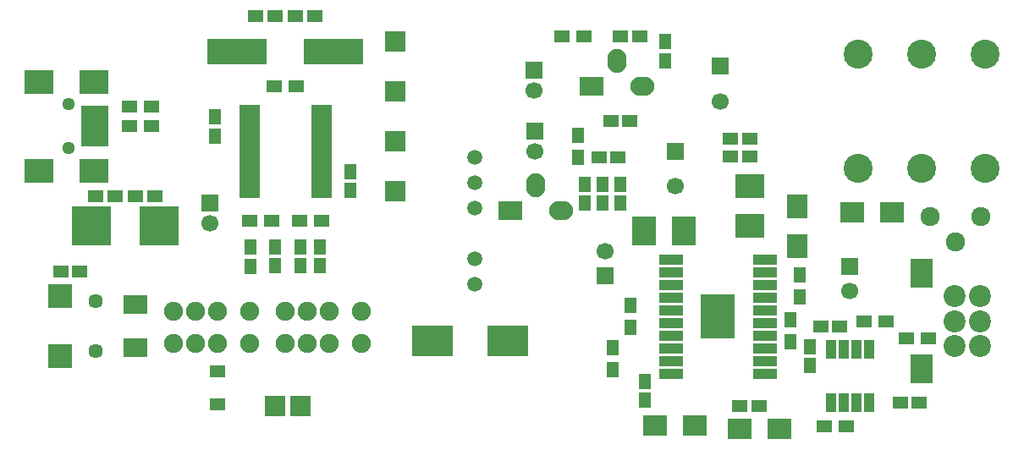
<source format=gts>
G04 #@! TF.FileFunction,Soldermask,Top*
%FSLAX46Y46*%
G04 Gerber Fmt 4.6, Leading zero omitted, Abs format (unit mm)*
G04 Created by KiCad (PCBNEW 4.0.6) date Sat Sep  9 23:12:20 2017*
%MOMM*%
%LPD*%
G01*
G04 APERTURE LIST*
%ADD10C,0.100000*%
%ADD11R,1.700000X1.700000*%
%ADD12C,1.700000*%
%ADD13C,1.299160*%
%ADD14R,2.899360X2.398980*%
%ADD15R,2.701240X0.900380*%
%ADD16R,1.600000X1.150000*%
%ADD17R,1.150000X1.600000*%
%ADD18R,4.150000X3.100000*%
%ADD19R,1.600000X1.300000*%
%ADD20C,2.900000*%
%ADD21C,1.900000*%
%ADD22R,3.900000X3.900000*%
%ADD23R,2.900000X2.400000*%
%ADD24R,2.400000X2.900000*%
%ADD25R,2.400000X2.100000*%
%ADD26R,1.300000X1.600000*%
%ADD27R,2.100000X2.400000*%
%ADD28C,2.200000*%
%ADD29R,2.200000X2.900000*%
%ADD30R,2.150000X0.850000*%
%ADD31R,1.000000X1.950000*%
%ADD32R,2.350000X1.000000*%
%ADD33R,3.400000X4.400000*%
%ADD34R,6.000700X2.500580*%
%ADD35R,2.100000X2.100000*%
%ADD36R,2.400000X2.400000*%
%ADD37R,2.400000X1.900000*%
%ADD38C,1.450000*%
%ADD39O,2.398980X1.901140*%
%ADD40R,2.398980X1.901140*%
%ADD41O,1.901140X2.398980*%
%ADD42C,1.500000*%
%ADD43C,1.924000*%
G04 APERTURE END LIST*
D10*
D11*
X83000000Y-22500000D03*
D12*
X83000000Y-26000000D03*
D13*
X17850900Y-30699640D03*
X17850900Y-26300360D03*
D14*
X14851160Y-32950080D03*
X20350260Y-32950080D03*
X14851160Y-24049920D03*
X20350260Y-24049920D03*
D15*
X20449320Y-30100200D03*
X20449320Y-29300100D03*
X20449320Y-28500000D03*
X20449320Y-27699900D03*
X20449320Y-26899800D03*
D12*
X31980000Y-38220000D03*
D11*
X31980000Y-36220000D03*
D16*
X26450000Y-35500000D03*
X24550000Y-35500000D03*
X22450000Y-35500000D03*
X20550000Y-35500000D03*
X38450000Y-17500000D03*
X36550000Y-17500000D03*
D17*
X32500000Y-27550000D03*
X32500000Y-29450000D03*
D16*
X17050000Y-43000000D03*
X18950000Y-43000000D03*
D17*
X36000000Y-42500000D03*
X36000000Y-40600000D03*
D18*
X61775000Y-50000000D03*
X54225000Y-50000000D03*
D17*
X38500000Y-42450000D03*
X38500000Y-40550000D03*
X41000000Y-40550000D03*
X41000000Y-42450000D03*
D16*
X40550000Y-17500000D03*
X42450000Y-17500000D03*
D17*
X43000000Y-42450000D03*
X43000000Y-40550000D03*
D12*
X64360000Y-24920000D03*
D11*
X64360000Y-22920000D03*
D12*
X64500000Y-31000000D03*
D11*
X64500000Y-29000000D03*
D17*
X46000000Y-34950000D03*
X46000000Y-33050000D03*
D16*
X72050000Y-28000000D03*
X73950000Y-28000000D03*
D17*
X73000000Y-36200000D03*
X73000000Y-34300000D03*
D11*
X78500000Y-31000000D03*
D12*
X78500000Y-34500000D03*
D16*
X94950000Y-48500000D03*
X93050000Y-48500000D03*
D17*
X92000000Y-52450000D03*
X92000000Y-50550000D03*
X75500000Y-54050000D03*
X75500000Y-55950000D03*
D16*
X86900000Y-56500000D03*
X85000000Y-56500000D03*
D12*
X96000000Y-45000000D03*
D11*
X96000000Y-42500000D03*
D16*
X101020000Y-56180000D03*
X102920000Y-56180000D03*
D12*
X71500000Y-41000000D03*
D11*
X71500000Y-43500000D03*
D19*
X32710000Y-53060000D03*
X32710000Y-56360000D03*
D20*
X109500000Y-32700000D03*
X103150000Y-32700000D03*
X96800000Y-32700000D03*
X96800000Y-21300000D03*
X103150000Y-21300000D03*
X109500000Y-21300000D03*
D21*
X39500000Y-50200000D03*
X41700000Y-50200000D03*
X43900000Y-50200000D03*
X39500000Y-47000000D03*
X41700000Y-47000000D03*
X43900000Y-47000000D03*
X47100000Y-47000000D03*
X47100000Y-50200000D03*
X28300000Y-50200000D03*
X30500000Y-50200000D03*
X32700000Y-50200000D03*
X28300000Y-47000000D03*
X30500000Y-47000000D03*
X32700000Y-47000000D03*
X35900000Y-47000000D03*
X35900000Y-50200000D03*
D22*
X26903600Y-38500000D03*
X20096400Y-38500000D03*
D23*
X86000000Y-38500000D03*
X86000000Y-34500000D03*
D24*
X75410000Y-38950000D03*
X79410000Y-38950000D03*
D19*
X26100000Y-28500000D03*
X23900000Y-28500000D03*
X23900000Y-26500000D03*
X26100000Y-26500000D03*
X35900000Y-38000000D03*
X38100000Y-38000000D03*
X40600000Y-24500000D03*
X38400000Y-24500000D03*
X40900000Y-38000000D03*
X43100000Y-38000000D03*
X95600000Y-58500000D03*
X93400000Y-58500000D03*
X99600000Y-48000000D03*
X97400000Y-48000000D03*
D25*
X80470000Y-58420000D03*
X76470000Y-58420000D03*
X88960000Y-58780000D03*
X84960000Y-58780000D03*
D26*
X90000000Y-47900000D03*
X90000000Y-50100000D03*
X72250000Y-52850000D03*
X72250000Y-50650000D03*
X74000000Y-46400000D03*
X74000000Y-48600000D03*
X91000000Y-45600000D03*
X91000000Y-43400000D03*
D27*
X90750000Y-40500000D03*
X90750000Y-36500000D03*
D25*
X96190000Y-37090000D03*
X100190000Y-37090000D03*
D28*
X106500000Y-48000000D03*
X106500000Y-50500000D03*
X106500000Y-45500000D03*
X109000000Y-50500000D03*
X109000000Y-48000000D03*
X109000000Y-45500000D03*
D29*
X103200000Y-43250000D03*
X103200000Y-52750000D03*
D30*
X43100000Y-26775000D03*
X43100000Y-27425000D03*
X43100000Y-28075000D03*
X43100000Y-28725000D03*
X43100000Y-29375000D03*
X43100000Y-30025000D03*
X43100000Y-30675000D03*
X43100000Y-31325000D03*
X43100000Y-31975000D03*
X43100000Y-32625000D03*
X43100000Y-33275000D03*
X43100000Y-33925000D03*
X43100000Y-34575000D03*
X43100000Y-35225000D03*
X35900000Y-35225000D03*
X35900000Y-34575000D03*
X35900000Y-33925000D03*
X35900000Y-33275000D03*
X35900000Y-32625000D03*
X35900000Y-31975000D03*
X35900000Y-31325000D03*
X35900000Y-30675000D03*
X35900000Y-30025000D03*
X35900000Y-29375000D03*
X35900000Y-28725000D03*
X35900000Y-28075000D03*
X35900000Y-27425000D03*
X35900000Y-26775000D03*
D31*
X94095000Y-50800000D03*
X95365000Y-50800000D03*
X96635000Y-50800000D03*
X97905000Y-50800000D03*
X97905000Y-56200000D03*
X96635000Y-56200000D03*
X95365000Y-56200000D03*
X94095000Y-56200000D03*
D32*
X87500000Y-41840000D03*
X87500000Y-43110000D03*
X87500000Y-44380000D03*
X87500000Y-45650000D03*
X87500000Y-46920000D03*
X87500000Y-48190000D03*
X87500000Y-49460000D03*
X87500000Y-50730000D03*
X87500000Y-52000000D03*
X87500000Y-53270000D03*
X78100000Y-53270000D03*
X78100000Y-52000000D03*
X78100000Y-50730000D03*
X78100000Y-49460000D03*
X78100000Y-48190000D03*
X78100000Y-46920000D03*
X78100000Y-45650000D03*
X78100000Y-44380000D03*
X78100000Y-43110000D03*
X78100000Y-41840000D03*
D33*
X82800000Y-47555000D03*
D34*
X44348860Y-21000000D03*
X34651140Y-21000000D03*
D35*
X50500000Y-25000000D03*
X50500000Y-30000000D03*
X50500000Y-35000000D03*
X50500000Y-20000000D03*
D36*
X17000000Y-51500000D03*
X17000000Y-45500000D03*
D37*
X24500000Y-50700000D03*
X24500000Y-46300000D03*
D38*
X20500000Y-51000000D03*
X20500000Y-46000000D03*
D16*
X74950000Y-19500000D03*
X73050000Y-19500000D03*
X72800000Y-31620000D03*
X70900000Y-31620000D03*
D39*
X75250000Y-24500000D03*
D40*
X70170000Y-24500000D03*
D41*
X72710000Y-21960000D03*
D39*
X67130000Y-36970000D03*
D40*
X62050000Y-36970000D03*
D41*
X64590000Y-34430000D03*
D19*
X69350000Y-19500000D03*
X67150000Y-19500000D03*
D26*
X68750000Y-29400000D03*
X68750000Y-31600000D03*
D16*
X84050000Y-29750000D03*
X85950000Y-29750000D03*
D17*
X71250000Y-36200000D03*
X71250000Y-34300000D03*
X77500000Y-20050000D03*
X77500000Y-21950000D03*
X69500000Y-36200000D03*
X69500000Y-34300000D03*
D16*
X84050000Y-31500000D03*
X85950000Y-31500000D03*
D42*
X58500000Y-44350000D03*
X58500000Y-41810000D03*
X58500000Y-36730000D03*
X58500000Y-34190000D03*
X58500000Y-31650000D03*
D19*
X103850000Y-49750000D03*
X101650000Y-49750000D03*
D43*
X109080000Y-37500000D03*
X104000000Y-37500000D03*
X106540000Y-40040000D03*
D35*
X38500000Y-56500000D03*
X41040000Y-56500000D03*
M02*

</source>
